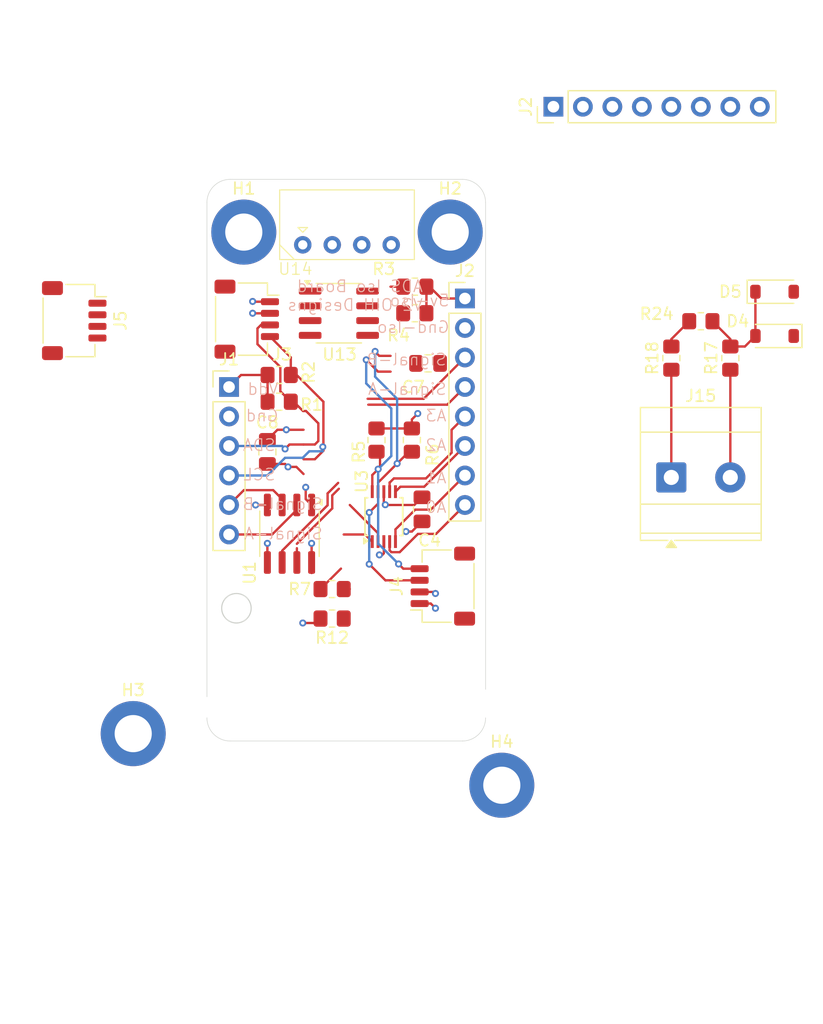
<source format=kicad_pcb>
(kicad_pcb (version 20241229) (generator "pcbnew") (generator_version "9.0")
  (layers (0 "F.Cu" signal) (4 "In1.Cu" signal) (6 "In2.Cu" signal) (2 "B.Cu" signal) (13 "F.Paste" user) (15 "B.Paste" user) (5 "F.SilkS" user "F.Silkscreen") (7 "B.SilkS" user "B.Silkscreen") (1 "F.Mask" user) (3 "B.Mask" user) (25 "Edge.Cuts" user))
  (net 0 "")
  (net 1 "Gnd-iso")
  (net 2 "5V-iso")
  (net 3 "GND")
  (net 4 "VDD")
  (net 5 "ADS_ADDR")
  (net 6 "SCL-5V")
  (net 7 "ADS_ALERT")
  (net 8 "SDA-5V")
  (net 9 "SDA")
  (net 10 "SCL")
  (net 11 "/AIN3")
  (net 12 "/AIN0")
  (net 13 "/AIN2")
  (net 14 "/AIN1")
  (net 15 "/Signal1-MCU")
  (net 16 "/Signal2-MCU")
  (net 17 "/Signal2-ISO")
  (net 18 "/Signal1-ISO")
  (net 22 "Net-(J15-Pin_2)")
  (net 23 "Net-(J15-Pin_1)")
  (footprint "Resistor_SMD:R_0805_2012Metric_Pad1.20x1.40mm_HandSolder" (layer "F.Cu") (at 135.8785 69.469)
    (property "Reference" "R7" (at -2.794 0 0) (layer "F.SilkS"))
    (property "Value" "4.7K")
    (fp_line (start -0.227064 -0.735) (end 0.227064 -0.735) (stroke (width 0.12)) (layer "F.SilkS"))
    (fp_line (start -0.227064 0.735) (end 0.227064 0.735) (stroke (width 0.12)) (layer "F.SilkS"))
    (pad "1" smd roundrect (at -1 0) (size 1.2 1.4) (layers "F.Cu" "F.Mask" "F.Paste") (roundrect_rratio 0.208333) (net 2 "5V-iso"))
    (pad "2" smd roundrect (at 1 0) (size 1.2 1.4) (layers "F.Cu" "F.Mask" "F.Paste") (roundrect_rratio 0.208333) (net 7 "ADS_ALERT"))
  )
  (footprint "Resistor_SMD:R_0805_2012Metric_Pad1.20x1.40mm_HandSolder" (layer "F.Cu") (at 135.8785 72.009 180)
    (property "Reference" "R12" (at 0 -1.65 0) (layer "F.SilkS"))
    (property "Value" "0")
    (fp_line (start -0.227064 0.735) (end 0.227064 0.735) (stroke (width 0.12)) (layer "F.SilkS"))
    (fp_line (start -0.227064 -0.735) (end 0.227064 -0.735) (stroke (width 0.12)) (layer "F.SilkS"))
    (pad "1" smd roundrect (at -1 0 180) (size 1.2 1.4) (layers "F.Cu" "F.Mask" "F.Paste") (roundrect_rratio 0.208333) (net 5 "ADS_ADDR"))
    (pad "2" smd roundrect (at 1 0 180) (size 1.2 1.4) (layers "F.Cu" "F.Mask" "F.Paste") (roundrect_rratio 0.208333) (net 1 "Gnd-iso"))
  )
  (footprint "Diode_SMD:D_SOD-123" (layer "F.Cu") (at 173.99 47.67875 180)
    (property "Reference" "D4" (at 3.175 1.27 0) (layer "F.SilkS"))
    (property "Value" "D_Schottky")
    (fp_line (start -2.36 1) (end 1.65 1) (stroke (width 0.12)) (layer "F.SilkS"))
    (fp_line (start -2.36 -1) (end 1.65 -1) (stroke (width 0.12)) (layer "F.SilkS"))
    (fp_line (start -2.36 -1) (end -2.36 1) (stroke (width 0.12)) (layer "F.SilkS"))
    (pad "1" smd roundrect (at -1.65 0 180) (size 0.9 1.2) (layers "F.Cu" "F.Mask" "F.Paste") (net 2 "5V-iso"))
    (pad "2" smd roundrect (at 1.65 0 180) (size 0.9 1.2) (layers "F.Cu" "F.Mask" "F.Paste") (net 11 "/AIN3"))
  )
  (footprint "Package_SO:TSSOP-10_3x3mm_P0.5mm" (layer "F.Cu") (at 140.335 63.232 90)
    (property "Reference" "U3" (at 3.034 -1.905 270) (layer "F.SilkS"))
    (property "Value" "ADS1115IDGS")
    (fp_line (start 1.625 -1.625) (end 1.625 -1.4) (stroke (width 0.15)) (layer "F.SilkS"))
    (fp_line (start -1.625 -1.625) (end 1.625 -1.625) (stroke (width 0.15)) (layer "F.SilkS"))
    (fp_line (start -1.625 -1.625) (end -1.625 -1.4) (stroke (width 0.15)) (layer "F.SilkS"))
    (fp_line (start 1.625 1.625) (end 1.625 1.4) (stroke (width 0.15)) (layer "F.SilkS"))
    (fp_line (start -1.625 1.625) (end -1.625 1.4) (stroke (width 0.15)) (layer "F.SilkS"))
    (fp_line (start -1.625 1.625) (end 1.625 1.625) (stroke (width 0.15)) (layer "F.SilkS"))
    (fp_poly (pts (xy -2.1 -1.4) (xy -2.34 -1.73) (xy -1.86 -1.73) (xy -2.1 -1.4)) (stroke (width 0.12)) (fill yes) (layer "F.SilkS"))
    (pad "1" smd rect (at -2.15 -1 90) (size 1.1 0.25) (layers "F.Cu" "F.Mask" "F.Paste") (net 5 "ADS_ADDR"))
    (pad "2" smd rect (at -2.15 -0.5 90) (size 1.1 0.25) (layers "F.Cu" "F.Mask" "F.Paste") (net 7 "ADS_ALERT"))
    (pad "3" smd rect (at -2.15 0 90) (size 1.1 0.25) (layers "F.Cu" "F.Mask" "F.Paste") (net 1 "Gnd-iso"))
    (pad "4" smd rect (at -2.15 0.5 90) (size 1.1 0.25) (layers "F.Cu" "F.Mask" "F.Paste") (net 12 "/AIN0"))
    (pad "5" smd rect (at -2.15 1 90) (size 1.1 0.25) (layers "F.Cu" "F.Mask" "F.Paste") (net 14 "/AIN1"))
    (pad "6" smd rect (at 2.15 1 90) (size 1.1 0.25) (layers "F.Cu" "F.Mask" "F.Paste") (net 13 "/AIN2"))
    (pad "7" smd rect (at 2.15 0.5 90) (size 1.1 0.25) (layers "F.Cu" "F.Mask" "F.Paste") (net 11 "/AIN3"))
    (pad "8" smd rect (at 2.15 0 90) (size 1.1 0.25) (layers "F.Cu" "F.Mask" "F.Paste") (net 2 "5V-iso"))
    (pad "9" smd rect (at 2.15 -0.5 90) (size 1.1 0.25) (layers "F.Cu" "F.Mask" "F.Paste") (net 8 "SDA-5V"))
    (pad "10" smd rect (at 2.15 -1 90) (size 1.1 0.25) (layers "F.Cu" "F.Mask" "F.Paste") (net 6 "SCL-5V"))
  )
  (footprint "Library:XP SCT01F03S05" (layer "F.Cu") (at 138.46 38.72)
    (property "Reference" "U14" (at -5.745 3.19 0) (layer "F.SilkS") (effects (font (thickness 0.1))))
    (property "Value" "RFM-0505S")
    (fp_line (start -7.1 1.11) (end -5.83 2.38) (stroke (width 0.1)) (layer "F.SilkS"))
    (fp_line (start -5.519053 -0.377577) (end -4.757053 -0.377577) (stroke (width 0.1)) (layer "F.SilkS"))
    (fp_line (start -5.112653 0.028823) (end -5.519053 -0.377577) (stroke (width 0.1)) (layer "F.SilkS"))
    (fp_line (start -5.112653 0.028823) (end -4.706253 -0.377577) (stroke (width 0.1)) (layer "F.SilkS"))
    (fp_line (start -4.757053 -0.377577) (end -4.706253 -0.377577) (stroke (width 0.1)) (layer "F.SilkS"))
    (fp_rect (start -7.1 -3.62) (end 4.5 2.38) (stroke (width 0.1)) (fill no) (layer "F.SilkS"))
    (pad "1" thru_hole circle (at -5.11 1.11) (size 1.5 1.5) (drill 0.8) (layers "*.Cu" "*.Mask") (net 3 "GND"))
    (pad "2" thru_hole circle (at -2.57 1.11) (size 1.5 1.5) (drill 0.8) (layers "*.Cu" "*.Mask") (net 4 "VDD"))
    (pad "3" thru_hole circle (at -0.03 1.11) (size 1.5 1.5) (drill 0.8) (layers "*.Cu" "*.Mask") (net 1 "Gnd-iso"))
    (pad "4" thru_hole circle (at 2.51 1.11) (size 1.5 1.5) (drill 0.8) (layers "*.Cu" "*.Mask") (net 2 "5V-iso"))
  )
  (footprint "Package_SO:SOIC-8_3.9x4.9mm_P1.27mm" (layer "F.Cu") (at 136.46 45.72)
    (property "Reference" "U13" (at 0.065 3.556 0) (layer "F.SilkS"))
    (property "Value" "ISO1540")
    (fp_line (start 0 -2.56) (end -1.95 -2.56) (stroke (width 0.12)) (layer "F.SilkS"))
    (fp_line (start 0 -2.56) (end 1.95 -2.56) (stroke (width 0.12)) (layer "F.SilkS"))
    (fp_line (start 0 2.56) (end -1.95 2.56) (stroke (width 0.12)) (layer "F.SilkS"))
    (fp_line (start 0 2.56) (end 1.95 2.56) (stroke (width 0.12)) (layer "F.SilkS"))
    (fp_poly (pts (xy -2.7 -2.465) (xy -2.94 -2.795) (xy -2.46 -2.795)) (stroke (width 0.12)) (fill yes) (layer "F.SilkS"))
    (pad "1" smd roundrect (at -2.475 -1.905) (size 1.95 0.6) (layers "F.Cu" "F.Mask" "F.Paste") (net 4 "VDD"))
    (pad "2" smd roundrect (at -2.475 -0.635) (size 1.95 0.6) (layers "F.Cu" "F.Mask" "F.Paste") (net 9 "SDA"))
    (pad "3" smd roundrect (at -2.475 0.635) (size 1.95 0.6) (layers "F.Cu" "F.Mask" "F.Paste") (net 10 "SCL"))
    (pad "4" smd roundrect (at -2.475 1.905) (size 1.95 0.6) (layers "F.Cu" "F.Mask" "F.Paste") (net 3 "GND"))
    (pad "5" smd roundrect (at 2.475 1.905) (size 1.95 0.6) (layers "F.Cu" "F.Mask" "F.Paste") (net 1 "Gnd-iso"))
    (pad "6" smd roundrect (at 2.475 0.635) (size 1.95 0.6) (layers "F.Cu" "F.Mask" "F.Paste") (net 6 "SCL-5V"))
    (pad "7" smd roundrect (at 2.475 -0.635) (size 1.95 0.6) (layers "F.Cu" "F.Mask" "F.Paste") (net 8 "SDA-5V"))
    (pad "8" smd roundrect (at 2.475 -1.905) (size 1.95 0.6) (layers "F.Cu" "F.Mask" "F.Paste") (net 2 "5V-iso"))
  )
  (footprint "MountingHole:MountingHole_3.2mm_M3_DIN965_Pad_TopBottom" (layer "F.Cu") (at 128.27 38.735)
    (property "Reference" "H1" (at 0 -3.75 0) (layer "F.SilkS"))
    (property "Value" "MountingHole")
    (pad "1" thru_hole circle (at 0 0) (size 3.6 3.6) (drill 3.2) (layers "*.Cu" "*.Mask"))
    (pad "1" connect circle (at 0 0) (size 5.6 5.6) (layers "F.Cu" "F.Mask"))
    (pad "1" connect circle (at 0 0) (size 5.6 5.6) (layers "B.Cu" "B.Mask"))
  )
  (footprint "TerminalBlock_Phoenix:TerminalBlock_Phoenix_MKDS-3-2-5.08_1x02_P5.08mm_Horizontal" (layer "F.Cu") (at 165.095 59.8575)
    (property "Reference" "J15" (at 2.54 -7.02 0) (layer "F.SilkS"))
    (property "Value" "Barrel_Jack")
    (fp_line (start -2.66 -6.02) (end 7.74 -6.02) (stroke (width 0.12)) (layer "F.SilkS"))
    (fp_line (start -2.66 -3.9) (end 7.74 -3.9) (stroke (width 0.12)) (layer "F.SilkS"))
    (fp_line (start -2.66 2.3) (end 7.74 2.3) (stroke (width 0.12)) (layer "F.SilkS"))
    (fp_line (start -2.66 4.8) (end 7.74 4.8) (stroke (width 0.12)) (layer "F.SilkS"))
    (fp_line (start -2.66 5.42) (end -2.66 -6.02) (stroke (width 0.12)) (layer "F.SilkS"))
    (fp_line (start -0.3 5.42) (end -2.66 5.42) (stroke (width 0.12)) (layer "F.SilkS"))
    (fp_line (start 7.74 -6.02) (end 7.74 5.42) (stroke (width 0.12)) (layer "F.SilkS"))
    (fp_line (start 7.74 5.42) (end 0.3 5.42) (stroke (width 0.12)) (layer "F.SilkS"))
    (fp_poly (pts (xy 0 5.42) (xy 0.44 6.03) (xy -0.44 6.03)) (stroke (width 0.12)) (fill yes) (layer "F.SilkS"))
    (pad "1" thru_hole roundrect (at 0 0) (size 2.6 2.6) (drill 1.3) (layers "*.Cu" "*.Mask") (roundrect_rratio 0.096154) (net 23 "Net-(J15-Pin_1)"))
    (pad "2" thru_hole circle (at 5.08 0) (size 2.6 2.6) (drill 1.3) (layers "*.Cu" "*.Mask") (net 22 "Net-(J15-Pin_2)"))
  )
  (footprint "Resistor_SMD:R_0805_2012Metric_Pad1.20x1.40mm_HandSolder" (layer "F.Cu") (at 167.64 46.40875 180)
    (property "Reference" "R24" (at 3.81 0.635 0) (layer "F.SilkS"))
    (property "Value" "15K")
    (fp_line (start -0.227064 0.735) (end 0.227064 0.735) (stroke (width 0.12)) (layer "F.SilkS"))
    (fp_line (start -0.227064 -0.735) (end 0.227064 -0.735) (stroke (width 0.12)) (layer "F.SilkS"))
    (pad "1" smd roundrect (at -1 0 180) (size 1.2 1.4) (layers "F.Cu" "F.Mask" "F.Paste") (roundrect_rratio 0.208333) (net 11 "/AIN3"))
    (pad "2" smd roundrect (at 1 0 180) (size 1.2 1.4) (layers "F.Cu" "F.Mask" "F.Paste") (roundrect_rratio 0.208333) (net 13 "/AIN2"))
  )
  (footprint "Capacitor_SMD:C_0805_2012Metric_Pad1.18x1.45mm_HandSolder" (layer "F.Cu") (at 130.302 57.658 -90)
    (property "Reference" "C8" (at -2.54 0 180) (layer "F.SilkS"))
    (property "Value" "0.1uF")
    (fp_line (start -0.261252 0.735) (end 0.261252 0.735) (stroke (width 0.12)) (layer "F.SilkS"))
    (fp_line (start -0.261252 -0.735) (end 0.261252 -0.735) (stroke (width 0.12)) (layer "F.SilkS"))
    (pad "1" smd roundrect (at -1.0375 0 270) (size 1.175 1.45) (layers "F.Cu" "F.Mask" "F.Paste") (roundrect_rratio 0.212766) (net 4 "VDD"))
    (pad "2" smd roundrect (at 1.0375 0 270) (size 1.175 1.45) (layers "F.Cu" "F.Mask" "F.Paste") (roundrect_rratio 0.212766) (net 3 "GND"))
  )
  (footprint "Connector_JST:JST_SH_SM04B-SRSS-TB_1x04-1MP_P1.00mm_Horizontal" (layer "F.Cu") (at 145.415 69.215 90)
    (property "Reference" "J4" (at 0 -3.98 90) (layer "F.SilkS"))
    (property "Value" "Conn_01x04_MountingPin")
    (fp_line (start 3.11 -1.785) (end 2.06 -1.785) (stroke (width 0.12)) (layer "F.SilkS"))
    (fp_line (start -2.06 -1.785) (end -2.06 -2.775) (stroke (width 0.12)) (layer "F.SilkS"))
    (fp_line (start -3.11 -1.785) (end -2.06 -1.785) (stroke (width 0.12)) (layer "F.SilkS"))
    (fp_line (start 3.11 0.715) (end 3.11 -1.785) (stroke (width 0.12)) (layer "F.SilkS"))
    (fp_line (start -3.11 0.715) (end -3.11 -1.785) (stroke (width 0.12)) (layer "F.SilkS"))
    (fp_line (start -1.94 2.685) (end 1.94 2.685) (stroke (width 0.12)) (layer "F.SilkS"))
    (pad "1" smd roundrect (at -1.5 -2 90) (size 0.6 1.55) (layers "F.Cu" "F.Mask" "F.Paste") (net 1 "Gnd-iso"))
    (pad "2" smd roundrect (at -0.5 -2 90) (size 0.6 1.55) (layers "F.Cu" "F.Mask" "F.Paste") (net 2 "5V-iso"))
    (pad "3" smd roundrect (at 0.5 -2 90) (size 0.6 1.55) (layers "F.Cu" "F.Mask" "F.Paste") (net 8 "SDA-5V"))
    (pad "4" smd roundrect (at 1.5 -2 90) (size 0.6 1.55) (layers "F.Cu" "F.Mask" "F.Paste") (net 6 "SCL-5V"))
    (pad "MP" smd roundrect (at -2.8 1.875 90) (size 1.2 1.8) (layers "F.Cu" "F.Mask" "F.Paste") (roundrect_rratio 0.208333))
    (pad "MP" smd roundrect (at 2.8 1.875 90) (size 1.2 1.8) (layers "F.Cu" "F.Mask" "F.Paste") (roundrect_rratio 0.208333))
  )
  (footprint "Connector_JST:JST_SH_SM04B-SRSS-TB_1x04-1MP_P1.00mm_Horizontal" (layer "F.Cu") (at 113.665 46.355 -90)
    (property "Reference" "J5" (at 0 -3.98 90) (layer "F.SilkS"))
    (property "Value" "Conn_01x04_MountingPin")
    (fp_line (start -1.94 2.685) (end 1.94 2.685) (stroke (width 0.12)) (layer "F.SilkS"))
    (fp_line (start -3.11 0.715) (end -3.11 -1.785) (stroke (width 0.12)) (layer "F.SilkS"))
    (fp_line (start 3.11 0.715) (end 3.11 -1.785) (stroke (width 0.12)) (layer "F.SilkS"))
    (fp_line (start -3.11 -1.785) (end -2.06 -1.785) (stroke (width 0.12)) (layer "F.SilkS"))
    (fp_line (start -2.06 -1.785) (end -2.06 -2.775) (stroke (width 0.12)) (layer "F.SilkS"))
    (fp_line (start 3.11 -1.785) (end 2.06 -1.785) (stroke (width 0.12)) (layer "F.SilkS"))
    (pad "1" smd roundrect (at -1.5 -2 270) (size 0.6 1.55) (layers "F.Cu" "F.Mask" "F.Paste") (net 3 "GND"))
    (pad "2" smd roundrect (at -0.5 -2 270) (size 0.6 1.55) (layers "F.Cu" "F.Mask" "F.Paste") (net 4 "VDD"))
    (pad "3" smd roundrect (at 0.5 -2 270) (size 0.6 1.55) (layers "F.Cu" "F.Mask" "F.Paste") (net 9 "SDA"))
    (pad "4" smd roundrect (at 1.5 -2 270) (size 0.6 1.55) (layers "F.Cu" "F.Mask" "F.Paste") (net 10 "SCL"))
    (pad "MP" smd roundrect (at -2.8 1.875 270) (size 1.2 1.8) (layers "F.Cu" "F.Mask" "F.Paste") (roundrect_rratio 0.208333))
    (pad "MP" smd roundrect (at 2.8 1.875 270) (size 1.2 1.8) (layers "F.Cu" "F.Mask" "F.Paste") (roundrect_rratio 0.208333))
  )
  (footprint "Resistor_SMD:R_0805_2012Metric_Pad1.20x1.40mm_HandSolder" (layer "F.Cu") (at 165.1 49.58375 90)
    (property "Reference" "R18" (at 0 -1.65 90) (layer "F.SilkS"))
    (property "Value" "499.0K")
    (fp_line (start -0.227064 -0.735) (end 0.227064 -0.735) (stroke (width 0.12)) (layer "F.SilkS"))
    (fp_line (start -0.227064 0.735) (end 0.227064 0.735) (stroke (width 0.12)) (layer "F.SilkS"))
    (pad "1" smd roundrect (at -1 0 90) (size 1.2 1.4) (layers "F.Cu" "F.Mask" "F.Paste") (roundrect_rratio 0.208333) (net 23 "Net-(J15-Pin_1)"))
    (pad "2" smd roundrect (at 1 0 90) (size 1.2 1.4) (layers "F.Cu" "F.Mask" "F.Paste") (roundrect_rratio 0.208333) (net 13 "/AIN2"))
  )
  (footprint "MountingHole:MountingHole_3.2mm_M3_DIN965_Pad_TopBottom" (layer "F.Cu") (at 146.05 38.735)
    (property "Reference" "H2" (at 0 -3.75 0) (layer "F.SilkS"))
    (property "Value" "MountingHole")
    (pad "1" thru_hole circle (at 0 0) (size 3.6 3.6) (drill 3.2) (layers "*.Cu" "*.Mask"))
    (pad "1" connect circle (at 0 0) (size 5.6 5.6) (layers "F.Cu" "F.Mask"))
    (pad "1" connect circle (at 0 0) (size 5.6 5.6) (layers "B.Cu" "B.Mask"))
  )
  (footprint "MountingHole:MountingHole_3.2mm_M3_DIN965_Pad_TopBottom" (layer "F.Cu") (at 150.495 86.36)
    (property "Reference" "H4" (at 0 -3.75 0) (layer "F.SilkS"))
    (property "Value" "MountingHole")
    (pad "1" thru_hole circle (at 0 0) (size 3.6 3.6) (drill 3.2) (layers "*.Cu" "*.Mask"))
    (pad "1" connect circle (at 0 0) (size 5.6 5.6) (layers "F.Cu" "F.Mask"))
    (pad "1" connect circle (at 0 0) (size 5.6 5.6) (layers "B.Cu" "B.Mask"))
  )
  (footprint "Connector_PinHeader_2.54mm:PinHeader_1x08_P2.54mm_Vertical" (layer "F.Cu") (at 147.32 44.45)
    (property "Reference" "J2" (at 0 -2.38 0) (layer "F.SilkS"))
    (property "Value" "Screw_Terminal_01x08")
    (fp_line (start -1.38 -1.38) (end 0 -1.38) (stroke (width 0.12)) (layer "F.SilkS"))
    (fp_line (start -1.38 0) (end -1.38 -1.38) (stroke (width 0.12)) (layer "F.SilkS"))
    (fp_line (start -1.38 1.27) (end -1.38 19.16) (stroke (width 0.12)) (layer "F.SilkS"))
    (fp_line (start -1.38 1.27) (end 1.38 1.27) (stroke (width 0.12)) (layer "F.SilkS"))
    (fp_line (start -1.38 19.16) (end 1.38 19.16) (stroke (width 0.12)) (layer "F.SilkS"))
    (fp_line (start 1.38 1.27) (end 1.38 19.16) (stroke (width 0.12)) (layer "F.SilkS"))
    (pad "1" thru_hole rect (at 0 0) (size 1.7 1.7) (drill 1) (layers "*.Cu" "*.Mask") (net 2 "5V-iso"))
    (pad "2" thru_hole circle (at 0 2.54) (size 1.7 1.7) (drill 1) (layers "*.Cu" "*.Mask") (net 1 "Gnd-iso"))
    (pad "3" thru_hole circle (at 0 5.08) (size 1.7 1.7) (drill 1) (layers "*.Cu" "*.Mask") (net 17 "/Signal2-ISO"))
    (pad "4" thru_hole circle (at 0 7.62) (size 1.7 1.7) (drill 1) (layers "*.Cu" "*.Mask") (net 18 "/Signal1-ISO"))
    (pad "5" thru_hole circle (at 0 10.16) (size 1.7 1.7) (drill 1) (layers "*.Cu" "*.Mask") (net 11 "/AIN3"))
    (pad "6" thru_hole circle (at 0 12.7) (size 1.7 1.7) (drill 1) (layers "*.Cu" "*.Mask") (net 13 "/AIN2"))
    (pad "7" thru_hole circle (at 0 15.24) (size 1.7 1.7) (drill 1) (layers "*.Cu" "*.Mask") (net 14 "/AIN1"))
    (pad "8" thru_hole circle (at 0 17.78) (size 1.7 1.7) (drill 1) (layers "*.Cu" "*.Mask") (net 12 "/AIN0"))
  )
  (footprint "Capacitor_SMD:C_0805_2012Metric_Pad1.18x1.45mm_HandSolder" (layer "F.Cu") (at 144.145 50.038)
    (property "Reference" "C7" (at -1.27 2.032 180) (layer "F.SilkS"))
    (property "Value" "0.1uF")
    (fp_line (start -0.261252 -0.735) (end 0.261252 -0.735) (stroke (width 0.12)) (layer "F.SilkS"))
    (fp_line (start -0.261252 0.735) (end 0.261252 0.735) (stroke (width 0.12)) (layer "F.SilkS"))
    (pad "1" smd roundrect (at -1.0375 0) (size 1.175 1.45) (layers "F.Cu" "F.Mask" "F.Paste") (roundrect_rratio 0.212766) (net 2 "5V-iso"))
    (pad "2" smd roundrect (at 1.0375 0) (size 1.175 1.45) (layers "F.Cu" "F.Mask" "F.Paste") (roundrect_rratio 0.212766) (net 1 "Gnd-iso"))
  )
  (footprint "Connector_JST:JST_SH_SM04B-SRSS-TB_1x04-1MP_P1.00mm_Horizontal" (layer "F.Cu") (at 128.524 46.228 -90)
    (property "Reference" "J3" (at 3.048 -3.048 180) (layer "F.SilkS"))
    (property "Value" "Conn_01x04_MountingPin")
    (fp_line (start -1.94 2.685) (end 1.94 2.685) (stroke (width 0.12)) (layer "F.SilkS"))
    (fp_line (start -3.11 0.715) (end -3.11 -1.785) (stroke (width 0.12)) (layer "F.SilkS"))
    (fp_line (start 3.11 0.715) (end 3.11 -1.785) (stroke (width 0.12)) (layer "F.SilkS"))
    (fp_line (start -3.11 -1.785) (end -2.06 -1.785) (stroke (width 0.12)) (layer "F.SilkS"))
    (fp_line (start -2.06 -1.785) (end -2.06 -2.775) (stroke (width 0.12)) (layer "F.SilkS"))
    (fp_line (start 3.11 -1.785) (end 2.06 -1.785) (stroke (width 0.12)) (layer "F.SilkS"))
    (pad "1" smd roundrect (at -1.5 -2 270) (size 0.6 1.55) (layers "F.Cu" "F.Mask" "F.Paste") (net 3 "GND"))
    (pad "2" smd roundrect (at -0.5 -2 270) (size 0.6 1.55) (layers "F.Cu" "F.Mask" "F.Paste") (net 4 "VDD"))
    (pad "3" smd roundrect (at 0.5 -2 270) (size 0.6 1.55) (layers "F.Cu" "F.Mask" "F.Paste") (net 9 "SDA"))
    (pad "4" smd roundrect (at 1.5 -2 270) (size 0.6 1.55) (layers "F.Cu" "F.Mask" "F.Paste") (net 10 "SCL"))
    (pad "MP" smd roundrect (at -2.8 1.875 270) (size 1.2 1.8) (layers "F.Cu" "F.Mask" "F.Paste") (roundrect_rratio 0.208333))
    (pad "MP" smd roundrect (at 2.8 1.875 270) (size 1.2 1.8) (layers "F.Cu" "F.Mask" "F.Paste") (roundrect_rratio 0.208333))
  )
  (footprint "Capacitor_SMD:C_0805_2012Metric_Pad1.18x1.45mm_HandSolder" (layer "F.Cu") (at 143.621 62.606 90)
    (property "Reference" "C4" (at -2.672 0.651 180) (layer "F.SilkS"))
    (property "Value" "0.1uF")
    (fp_line (start -0.261252 -0.735) (end 0.261252 -0.735) (stroke (width 0.12)) (layer "F.SilkS"))
    (fp_line (start -0.261252 0.735) (end 0.261252 0.735) (stroke (width 0.12)) (layer "F.SilkS"))
    (pad "1" smd roundrect (at -1.0375 0 90) (size 1.175 1.45) (layers "F.Cu" "F.Mask" "F.Paste") (roundrect_rratio 0.212766) (net 1 "Gnd-iso"))
    (pad "2" smd roundrect (at 1.0375 0 90) (size 1.175 1.45) (layers "F.Cu" "F.Mask" "F.Paste") (roundrect_rratio 0.212766) (net 2 "5V-iso"))
  )
  (footprint "Connector_PinHeader_2.54mm:PinHeader_1x08_P2.54mm_Vertical" (layer "F.Cu") (at 154.94 27.94 90)
    (property "Reference" "J2" (at 0 -2.38 90) (layer "F.SilkS"))
    (property "Value" "Screw_Terminal_01x08")
    (fp_line (start -1.38 -1.38) (end 0 -1.38) (stroke (width 0.12)) (layer "F.SilkS"))
    (fp_line (start -1.38 0) (end -1.38 -1.38) (stroke (width 0.12)) (layer "F.SilkS"))
    (fp_line (start 1.38 1.27) (end 1.38 19.16) (stroke (width 0.12)) (layer "F.SilkS"))
    (fp_line (start -1.38 1.27) (end 1.38 1.27) (stroke (width 0.12)) (layer "F.SilkS"))
    (fp_line (start -1.38 1.27) (end -1.38 19.16) (stroke (width 0.12)) (layer "F.SilkS"))
    (fp_line (start -1.38 19.16) (end 1.38 19.16) (stroke (width 0.12)) (layer "F.SilkS"))
    (pad "1" thru_hole rect (at 0 0 90) (size 1.7 1.7) (drill 1) (layers "*.Cu" "*.Mask"))
    (pad "2" thru_hole circle (at 0 2.54 90) (size 1.7 1.7) (drill 1) (layers "*.Cu" "*.Mask"))
    (pad "3" thru_hole circle (at 0 5.08 90) (size 1.7 1.7) (drill 1) (layers "*.Cu" "*.Mask"))
    (pad "4" thru_hole circle (at 0 7.62 90) (size 1.7 1.7) (drill 1) (layers "*.Cu" "*.Mask"))
    (pad "5" thru_hole circle (at 0 10.16 90) (size 1.7 1.7) (drill 1) (layers "*.Cu" "*.Mask"))
    (pad "6" thru_hole circle (at 0 12.7 90) (size 1.7 1.7) (drill 1) (layers "*.Cu" "*.Mask"))
    (pad "7" thru_hole circle (at 0 15.24 90) (size 1.7 1.7) (drill 1) (layers "*.Cu" "*.Mask"))
    (pad "8" thru_hole circle (at 0 17.78 90) (size 1.7 1.7) (drill 1) (layers "*.Cu" "*.Mask"))
  )
  (footprint "Resistor_SMD:R_0805_2012Metric_Pad1.20x1.40mm_HandSolder" (layer "F.Cu") (at 170.18 49.58375 90)
    (property "Reference" "R17" (at 0 -1.65 90) (layer "F.SilkS"))
    (property "Value" "499.0K")
    (fp_line (start -0.227064 -0.735) (end 0.227064 -0.735) (stroke (width 0.12)) (layer "F.SilkS"))
    (fp_line (start -0.227064 0.735) (end 0.227064 0.735) (stroke (width 0.12)) (layer "F.SilkS"))
    (pad "1" smd roundrect (at -1 0 90) (size 1.2 1.4) (layers "F.Cu" "F.Mask" "F.Paste") (roundrect_rratio 0.208333) (net 22 "Net-(J15-Pin_2)"))
    (pad "2" smd roundrect (at 1 0 90) (size 1.2 1.4) (layers "F.Cu" "F.Mask" "F.Paste") (roundrect_rratio 0.208333) (net 11 "/AIN3"))
  )
  (footprint "Resistor_SMD:R_0805_2012Metric_Pad1.20x1.40mm_HandSolder" (layer "F.Cu") (at 131.318 53.34)
    (property "Reference" "R1" (at 2.794 0.254 0) (layer "F.SilkS"))
    (property "Value" "4.7K")
    (fp_line (start -0.227064 -0.735) (end 0.227064 -0.735) (stroke (width 0.12)) (layer "F.SilkS"))
    (fp_line (start -0.227064 0.735) (end 0.227064 0.735) (stroke (width 0.12)) (layer "F.SilkS"))
    (pad "1" smd roundrect (at -1 0) (size 1.2 1.4) (layers "F.Cu" "F.Mask" "F.Paste") (roundrect_rratio 0.208333) (net 4 "VDD"))
    (pad "2" smd roundrect (at 1 0) (size 1.2 1.4) (layers "F.Cu" "F.Mask" "F.Paste") (roundrect_rratio 0.208333) (net 9 "SDA"))
  )
  (footprint "Resistor_SMD:R_0805_2012Metric_Pad1.20x1.40mm_HandSolder" (layer "F.Cu") (at 143.002 43.434 180)
    (property "Reference" "R3" (at 2.667 1.524 180) (layer "F.SilkS"))
    (property "Value" "4.7K")
    (fp_line (start -0.227064 0.735) (end 0.227064 0.735) (stroke (width 0.12)) (layer "F.SilkS"))
    (fp_line (start -0.227064 -0.735) (end 0.227064 -0.735) (stroke (width 0.12)) (layer "F.SilkS"))
    (pad "1" smd roundrect (at -1 0 180) (size 1.2 1.4) (layers "F.Cu" "F.Mask" "F.Paste") (roundrect_rratio 0.208333) (net 2 "5V-iso"))
    (pad "2" smd roundrect (at 1 0 180) (size 1.2 1.4) (layers "F.Cu" "F.Mask" "F.Paste") (roundrect_rratio 0.208333) (net 6 "SCL-5V"))
  )
  (footprint "Resistor_SMD:R_0805_2012Metric_Pad1.20x1.40mm_HandSolder" (layer "F.Cu") (at 142.748 56.642 -90)
    (property "Reference" "R6" (at 1.27 -1.778 90) (layer "F.SilkS"))
    (property "Value" "4.7K")
    (fp_line (start -0.227064 0.735) (end 0.227064 0.735) (stroke (width 0.12)) (layer "F.SilkS"))
    (fp_line (start -0.227064 -0.735) (end 0.227064 -0.735) (stroke (width 0.12)) (layer "F.SilkS"))
    (pad "1" smd roundrect (at -1 0 270) (size 1.2 1.4) (layers "F.Cu" "F.Mask" "F.Paste") (roundrect_rratio 0.208333) (net 2 "5V-iso"))
    (pad "2" smd roundrect (at 1 0 270) (size 1.2 1.4) (layers "F.Cu" "F.Mask" "F.Paste") (roundrect_rratio 0.208333) (net 8 "SDA-5V"))
  )
  (footprint "Resistor_SMD:R_0805_2012Metric_Pad1.20x1.40mm_HandSolder" (layer "F.Cu") (at 143.002 45.72 180)
    (property "Reference" "R4" (at 1.397 -1.905 0) (layer "F.SilkS"))
    (property "Value" "4.7K")
    (fp_line (start -0.227064 0.735) (end 0.227064 0.735) (stroke (width 0.12)) (layer "F.SilkS"))
    (fp_line (start -0.227064 -0.735) (end 0.227064 -0.735) (stroke (width 0.12)) (layer "F.SilkS"))
    (pad "1" smd roundrect (at -1 0 180) (size 1.2 1.4) (layers "F.Cu" "F.Mask" "F.Paste") (roundrect_rratio 0.208333) (net 2 "5V-iso"))
    (pad "2" smd roundrect (at 1 0 180) (size 1.2 1.4) (layers "F.Cu" "F.Mask" "F.Paste") (roundrect_rratio 0.208333) (net 8 "SDA-5V"))
  )
  (footprint "Diode_SMD:D_SOD-123" (layer "F.Cu") (at 173.99 43.86875)
    (property "Reference" "D5" (at -3.81 0 0) (layer "F.SilkS"))
    (property "Value" "D_Schottky")
    (fp_line (start -2.36 -1) (end -2.36 1) (stroke (width 0.12)) (layer "F.SilkS"))
    (fp_line (start -2.36 -1) (end 1.65 -1) (stroke (width 0.12)) (layer "F.SilkS"))
    (fp_line (start -2.36 1) (end 1.65 1) (stroke (width 0.12)) (layer "F.SilkS"))
    (pad "1" smd roundrect (at -1.65 0) (size 0.9 1.2) (layers "F.Cu" "F.Mask" "F.Paste") (net 11 "/AIN3"))
    (pad "2" smd roundrect (at 1.65 0) (size 0.9 1.2) (layers "F.Cu" "F.Mask" "F.Paste") (net 1 "Gnd-iso"))
  )
  (footprint "Connector_PinHeader_2.54mm:PinHeader_1x06_P2.54mm_Vertical" (layer "F.Cu") (at 127 52.07)
    (property "Reference" "J1" (at 0 -2.38 0) (layer "F.SilkS"))
    (property "Value" "Screw_Terminal_01x06")
    (fp_line (start -1.38 -1.38) (end 0 -1.38) (stroke (width 0.12)) (layer "F.SilkS"))
    (fp_line (start -1.38 0) (end -1.38 -1.38) (stroke (width 0.12)) (layer "F.SilkS"))
    (fp_line (start -1.38 1.27) (end -1.38 14.08) (stroke (width 0.12)) (layer "F.SilkS"))
    (fp_line (start -1.38 1.27) (end 1.38 1.27) (stroke (width 0.12)) (layer "F.SilkS"))
    (fp_line (start -1.38 14.08) (end 1.38 14.08) (stroke (width 0.12)) (layer "F.SilkS"))
    (fp_line (start 1.38 1.27) (end 1.38 14.08) (stroke (width 0.12)) (layer "F.SilkS"))
    (pad "1" thru_hole rect (at 0 0) (size 1.7 1.7) (drill 1) (layers "*.Cu" "*.Mask") (net 4 "VDD"))
    (pad "2" thru_hole circle (at 0 2.54) (size 1.7 1.7) (drill 1) (layers "*.Cu" "*.Mask") (net 3 "GND"))
    (pad "3" thru_hole circle (at 0 5.08) (size 1.7 1.7) (drill 1) (layers "*.Cu" "*.Mask") (net 9 "SDA"))
    (pad "4" thru_hole circle (at 0 7.62) (size 1.7 1.7) (drill 1) (layers "*.Cu" "*.Mask") (net 10 "SCL"))
    (pad "5" thru_hole circle (at 0 10.16) (size 1.7 1.7) (drill 1) (layers "*.Cu" "*.Mask") (net 16 "/Signal2-MCU"))
    (pad "6" thru_hole circle (at 0 12.7) (size 1.7 1.7) (drill 1) (layers "*.Cu" "*.Mask") (net 15 "/Signal1-MCU"))
  )
  (footprint "MountingHole:MountingHole_3.2mm_M3_DIN965_Pad_TopBottom" (layer "F.Cu") (at 118.745 81.915)
    (property "Reference" "H3" (at 0 -3.75 0) (layer "F.SilkS"))
    (property "Value" "MountingHole")
    (pad "1" thru_hole circle (at 0 0) (size 3.6 3.6) (drill 3.2) (layers "*.Cu" "*.Mask"))
    (pad "1" connect circle (at 0 0) (size 5.6 5.6) (layers "F.Cu" "F.Mask"))
    (pad "1" connect circle (at 0 0) (size 5.6 5.6) (layers "B.Cu" "B.Mask"))
  )
  (footprint "Resistor_SMD:R_0805_2012Metric_Pad1.20x1.40mm_HandSolder" (layer "F.Cu") (at 139.7 56.642 -90)
    (property "Reference" "R5" (at 1.016 1.524 90) (layer "F.SilkS"))
    (property "Value" "4.7K")
    (fp_line (start -0.227064 0.735) (end 0.227064 0.735) (stroke (width 0.12)) (layer "F.SilkS"))
    (fp_line (start -0.227064 -0.735) (end 0.227064 -0.735) (stroke (width 0.12)) (layer "F.SilkS"))
    (pad "1" smd roundrect (at -1 0 270) (size 1.2 1.4) (layers "F.Cu" "F.Mask" "F.Paste") (roundrect_rratio 0.208333) (net 2 "5V-iso"))
    (pad "2" smd roundrect (at 1 0 270) (size 1.2 1.4) (layers "F.Cu" "F.Mask" "F.Paste") (roundrect_rratio 0.208333) (net 6 "SCL-5V"))
  )
  (footprint "Resistor_SMD:R_0805_2012Metric_Pad1.20x1.40mm_HandSolder" (layer "F.Cu") (at 131.318 51.036)
    (property "Reference" "R2" (at 2.54 -0.236 90) (layer "F.SilkS"))
    (property "Value" "4.7K")
    (fp_line (start -0.227064 -0.735) (end 0.227064 -0.735) (stroke (width 0.12)) (layer "F.SilkS"))
    (fp_line (start -0.227064 0.735) (end 0.227064 0.735) (stroke (width 0.12)) (layer "F.SilkS"))
    (pad "1" smd roundrect (at -1 0) (size 1.2 1.4) (layers "F.Cu" "F.Mask" "F.Paste") (roundrect_rratio 0.208333) (net 4 "VDD"))
    (pad "2" smd roundrect (at 1 0) (size 1.2 1.4) (layers "F.Cu" "F.Mask" "F.Paste") (roundrect_rratio 0.208333) (net 10 "SCL"))
  )
  (footprint "Package_SO:SOIC-8_3.9x4.9mm_P1.27mm" (layer "F.Cu") (at 132.207 64.705 -90)
    (property "Reference" "U1" (at 3.367 3.429 90) (layer "F.SilkS"))
    (property "Value" "ADuM1200AR")
    (fp_line (start 0 2.56) (end -1.95 2.56) (stroke (width 0.12)) (layer "F.SilkS"))
    (fp_line (start 0 2.56) (end 1.95 2.56) (stroke (width 0.12)) (layer "F.SilkS"))
    (fp_line (start 0 -2.56) (end -1.95 -2.56) (stroke (width 0.12)) (layer "F.SilkS"))
    (fp_line (start 0 -2.56) (end 1.95 -2.56) (stroke (width 0.12)) (layer "F.SilkS"))
    (fp_poly (pts (xy -2.7 -2.465) (xy -2.94 -2.795) (xy -2.46 -2.795)) (stroke (width 0.12)) (fill yes) (layer "F.SilkS"))
    (pad "1" smd roundrect (at -2.475 -1.905 270) (size 1.95 0.6) (layers "F.Cu" "F.Mask" "F.Paste") (net 4 "VDD"))
    (pad "2" smd roundrect (at -2.475 -0.635 270) (size 1.95 0.6) (layers "F.Cu" "F.Mask" "F.Paste") (net 15 "/Signal1-MCU"))
    (pad "3" smd roundrect (at -2.475 0.635 270) (size 1.95 0.6) (layers "F.Cu" "F.Mask" "F.Paste") (net 16 "/Signal2-MCU"))
    (pad "4" smd roundrect (at -2.475 1.905 270) (size 1.95 0.6) (layers "F.Cu" "F.Mask" "F.Paste") (net 3 "GND"))
    (pad "5" smd roundrect (at 2.475 1.905 270) (size 1.95 0.6) (layers "F.Cu" "F.Mask" "F.Paste") (net 1 "Gnd-iso"))
    (pad "6" smd roundrect (at 2.475 0.635 270) (size 1.95 0.6) (layers "F.Cu" "F.Mask" "F.Paste") (net 17 "/Signal2-ISO"))
    (pad "7" smd roundrect (at 2.475 -0.635 270) (size 1.95 0.6) (layers "F.Cu" "F.Mask" "F.Paste") (net 18 "/Signal1-ISO"))
    (pad "8" smd roundrect (at 2.475 -1.905 270) (size 1.95 0.6) (layers "F.Cu" "F.Mask" "F.Paste") (net 2 "5V-iso"))
  )
  (gr_line (start 149.098 36.195) (end 149.098 78.105) (stroke (width 0.05)) (layer "Edge.Cuts"))
  (gr_line (start 127.095 34.195) (end 147.098 34.195) (stroke (width 0.05)) (layer "Edge.Cuts"))
  (gr_arc (start 127.095 82.55) (mid 125.680786 81.964214) (end 125.095 80.55) (stroke (width 0.05)) (layer "Edge.Cuts"))
  (gr_circle (center 127.635 71.12) (end 128.905 71.12) (stroke (width 0.1)) (fill no) (layer "Edge.Cuts"))
  (gr_arc (start 147.098 34.195) (mid 148.512214 34.780786) (end 149.098 36.195) (stroke (width 0.05)) (layer "Edge.Cuts"))
  (gr_line (start 125.095 78.74) (end 125.095 36.195) (stroke (width 0.05)) (layer "Edge.Cuts"))
  (gr_arc (start 125.095 36.195) (mid 125.680786 34.780786) (end 127.095 34.195) (stroke (width 0.05)) (layer "Edge.Cuts"))
  (gr_line (start 147.13 82.55) (end 127.095 82.55) (stroke (width 0.05)) (layer "Edge.Cuts"))
  (gr_arc (start 149.098 80.55) (mid 148.512214 81.964214) (end 147.098 82.55) (stroke (width 0.05)) (layer "Edge.Cuts"))
  (gr_text "SDA" (at 131.064 57.658 0) (layer "B.SilkS") (effects (font (size 1 1) (thickness 0.1)) (justify left bottom mirror)))
  (gr_text "Signal-A" (at 135.128 65.278 0) (layer "B.SilkS") (effects (font (size 1 1) (thickness 0.1)) (justify left bottom mirror)))
  (gr_text "A1" (at 145.796 60.452 0) (layer "B.SilkS") (effects (font (size 1 1) (thickness 0.1)) (justify left bottom mirror)))
  (gr_text "A3" (at 145.796 55.118 0) (layer "B.SilkS") (effects (font (size 1 1) (thickness 0.1)) (justify left bottom mirror)))
  (gr_text "ADS Iso Board\nV2 OIH Designs" (at 143.764 45.593 0) (layer "B.SilkS") (effects (font (size 1 1) (thickness 0.1)) (justify left bottom mirror)))
  (gr_text "Gnd-Iso" (at 146.05 47.498 0) (layer "B.SilkS") (effects (font (size 1 1) (thickness 0.1)) (justify left bottom mirror)))
  (gr_text "SCL" (at 131.064 60.198 0) (layer "B.SilkS") (effects (font (size 1 1) (thickness 0.1)) (justify left bottom mirror)))
  (gr_text "5v-Iso" (at 146.05 45.212 0) (layer "B.SilkS") (effects (font (size 1 1) (thickness 0.1)) (justify left bottom mirror)))
  (gr_text "A2" (at 145.796 57.658 0) (layer "B.SilkS") (effects (font (size 1 1) (thickness 0.1)) (justify left bottom mirror)))
  (gr_text "Vdd" (at 131.318 52.832 0) (layer "B.SilkS") (effects (font (size 1 1) (thickness 0.1)) (justify left bottom mirror)))
  (gr_text "Signal-A" (at 145.796 52.832 0) (layer "B.SilkS") (effects (font (size 1 1) (thickness 0.1)) (justify left bottom mirror)))
  (gr_text "Signal-B" (at 145.796 50.292 0) (layer "B.SilkS") (effects (font (size 1 1) (thickness 0.1)) (justify left bottom mirror)))
  (gr_text "A0" (at 145.796 62.992 0) (layer "B.SilkS") (effects (font (size 1 1) (thickness 0.1)) (justify left bottom mirror)))
  (gr_text "Gnd" (at 131.318 55.118 0) (layer "B.SilkS") (effects (font (size 1 1) (thickness 0.1)) (justify left bottom mirror)))
  (gr_text "Signal-B" (at 135.128 62.738 0) (layer "B.SilkS") (effects (font (size 1 1) (thickness 0.1)) (justify left bottom mirror)))
  (segment (start 140.331364 66.3994) (end 140.331364 65.3604) (width 0.2) (layer "F.Cu") (net 1))
  (segment (start 134.8785 72.39) (end 133.3385 72.39) (width 0.2) (layer "F.Cu") (net 1))
  (segment (start 139.950364 66.5264) (end 140.204364 66.5264) (width 0.2) (layer "F.Cu") (net 1))
  (segment (start 143.415 70.715) (end 144.375 70.715) (width 0.2) (layer "F.Cu") (net 1))
  (segment (start 130.302 67.18) (end 130.302 65.532) (width 0.2) (layer "F.Cu") (net 1))
  (segment (start 144.375 70.715) (end 144.78 71.12) (width 0.2) (layer "F.Cu") (net 1))
  (segment (start 142.7485 64.516) (end 143.621 63.6435) (width 0.2) (layer "F.Cu") (net 1))
  (segment (start 142.24 64.516) (end 142.7485 64.516) (width 0.2) (layer "F.Cu") (net 1))
  (segment (start 140.204364 66.5264) (end 140.331364 66.3994) (width 0.2) (layer "F.Cu") (net 1))
  (via (at 133.35 72.39) (size 0.6) (drill 0.3) (layers "F.Cu" "B.Cu") (net 1))
  (via (at 130.302 65.532) (size 0.6) (drill 0.3) (layers "F.Cu" "B.Cu") (net 1))
  (via (at 144.78 71.12) (size 0.6) (drill 0.3) (layers "F.Cu" "B.Cu") (net 1))
  (via (at 142.24 64.516) (size 0.6) (drill 0.3) (layers "F.Cu" "B.Cu") (net 1))
  (via (at 139.950364 66.5264) (size 0.6) (drill 0.3) (layers "F.Cu" "B.Cu") (net 1))
  (segment (start 145.288 44.45) (end 147.32 44.45) (width 0.2) (layer "F.Cu") (net 2))
  (segment (start 140.331364 62.0814) (end 140.458364 62.2084) (width 0.2) (layer "F.Cu") (net 2))
  (segment (start 142.9595 62.23) (end 140.462 62.23) (width 0.2) (layer "F.Cu") (net 2))
  (segment (start 143.621 61.5685) (end 142.9595 62.23) (width 0.2) (layer "F.Cu") (net 2))
  (segment (start 144.002 43.434) (end 144.002 45.72) (width 0.2) (layer "F.Cu") (net 2))
  (segment (start 142.748 55.642) (end 142.748 54.864) (width 0.2) (layer "F.Cu") (net 2))
  (segment (start 144.645 69.715) (end 144.78 69.85) (width 0.2) (layer "F.Cu") (net 2))
  (segment (start 143.415 69.715) (end 144.645 69.715) (width 0.2) (layer "F.Cu") (net 2))
  (segment (start 144.002 43.434) (end 144.272 43.434) (width 0.2) (layer "F.Cu") (net 2))
  (segment (start 139.954 55.642) (end 142.748 55.642) (width 0.2) (layer "F.Cu") (net 2))
  (segment (start 134.112 67.18) (end 134.112 65.532) (width 0.2) (layer "F.Cu") (net 2))
  (segment (start 134.8785 69.469) (end 136.6405 67.707) (width 0.2) (layer "F.Cu") (net 2))
  (segment (start 140.331364 61.0604) (end 140.331364 62.0814) (width 0.2) (layer "F.Cu") (net 2))
  (segment (start 144.272 43.434) (end 145.288 44.45) (width 0.2) (layer "F.Cu") (net 2))
  (segment (start 142.748 54.864) (end 143.256 54.356) (width 0.2) (layer "F.Cu") (net 2))
  (segment (start 134.112 68.088) (end 134.112 67.18) (width 0.2) (layer "F.Cu") (net 2))
  (via (at 140.458364 62.2084) (size 0.6) (drill 0.3) (layers "F.Cu" "B.Cu") (net 2))
  (via (at 134.112 65.532) (size 0.6) (drill 0.3) (layers "F.Cu" "B.Cu") (net 2))
  (via (at 143.256 54.356) (size 0.6) (drill 0.3) (layers "F.Cu" "B.Cu") (net 2))
  (via (at 144.78 69.85) (size 0.6) (drill 0.3) (layers "F.Cu" "B.Cu") (net 2))
  (segment (start 132.8015 58.9495) (end 133.415 59.563) (width 0.2) (layer "F.Cu") (net 3))
  (segment (start 129.056 44.728) (end 129.032 44.704) (width 0.2) (layer "F.Cu") (net 3))
  (segment (start 132.08 58.9495) (end 132.8015 58.9495) (width 0.2) (layer "F.Cu") (net 3))
  (segment (start 130.524 44.728) (end 129.056 44.728) (width 0.2) (layer "F.Cu") (net 3))
  (segment (start 130.302 58.6955) (end 131.826 58.6955) (width 0.2) (layer "F.Cu") (net 3))
  (segment (start 130.302 62.23) (end 129.286 62.23) (width 0.2) (layer "F.Cu") (net 3))
  (segment (start 131.826 58.6955) (end 132.08 58.9495) (width 0.2) (layer "F.Cu") (net 3))
  (via (at 129.032 44.704) (size 0.6) (drill 0.3) (layers "F.Cu" "B.Cu") (net 3))
  (via (at 132.08 58.9495) (size 0.6) (drill 0.3) (layers "F.Cu" "B.Cu") (net 3))
  (via (at 129.286 62.23) (size 0.6) (drill 0.3) (layers "F.Cu" "B.Cu") (net 3))
  (segment (start 128.034 51.036) (end 127 52.07) (width 0.2) (layer "F.Cu") (net 4))
  (segment (start 129.04 45.728) (end 129.032 45.72) (width 0.2) (layer "F.Cu") (net 4))
  (segment (start 131.1695 55.753) (end 130.302 56.6205) (width 0.2) (layer "F.Cu") (net 4))
  (segment (start 130.318 51.036) (end 128.034 51.036) (width 0.2) (layer "F.Cu") (net 4))
  (segment (start 133.604 61.722) (end 133.604 60.706) (width 0.2) (layer "F.Cu") (net 4))
  (segment (start 130.318 51.036) (end 130.318 53.086) (width 0.2) (layer "F.Cu") (net 4))
  (segment (start 131.9315 55.753) (end 131.1695 55.753) (width 0.2) (layer "F.Cu") (net 4))
  (segment (start 134.112 62.23) (end 133.604 61.722) (width 0.2) (layer "F.Cu") (net 4))
  (segment (start 130.524 45.728) (end 129.04 45.728) (width 0.2) (layer "F.Cu") (net 4))
  (segment (start 133.415 55.753) (end 131.9315 55.753) (width 0.2) (layer "F.Cu") (net 4))
  (via (at 133.604 60.706) (size 0.6) (drill 0.3) (layers "F.Cu" "B.Cu") (net 4))
  (via (at 131.9315 55.753) (size 0.6) (drill 0.3) (layers "F.Cu" "B.Cu") (net 4))
  (via (at 129.032 45.72) (size 0.6) (drill 0.3) (layers "F.Cu" "B.Cu") (net 4))
  (segment (start 138.7115 64.77) (end 136.8785 64.77) (width 0.2) (layer "F.Cu") (net 5))
  (segment (start 139.3235 65.382) (end 138.7115 64.77) (width 0.2) (layer "F.Cu") (net 5))
  (segment (start 139.340132 61.157585) (end 139.340132 59.647685) (width 0.2) (layer "F.Cu") (net 6))
  (segment (start 142.01 67.715) (end 141.605 67.31) (width 0.2) (layer "F.Cu") (net 6))
  (segment (start 139.340132 59.647685) (end 139.844682 59.143135) (width 0.2) (layer "F.Cu") (net 6))
  (segment (start 140.006132 58.981685) (end 140.006132 57.764585) (width 0.2) (layer "F.Cu") (net 6))
  (segment (start 143.415 67.715) (end 142.01 67.715) (width 0.2) (layer "F.Cu") (net 6))
  (segment (start 139.832132 50.748585) (end 140.910132 50.748585) (width 0.2) (layer "F.Cu") (net 6))
  (segment (start 139.844682 59.143135) (end 140.006132 58.981685) (width 0.2) (layer "F.Cu") (net 6))
  (segment (start 138.816132 49.732585) (end 139.832132 50.748585) (width 0.2) (layer "F.Cu") (net 6))
  (segment (start 140.006132 57.764585) (end 139.959132 57.717585) (width 0.2) (layer "F.Cu") (net 6))
  (segment (start 142.002 43.434) (end 140.909 43.434) (width 0.2) (layer "F.Cu") (net 6))
  (via (at 138.816132 49.732585) (size 0.6) (drill 0.3) (layers "F.Cu" "B.Cu") (net 6))
  (via (at 139.844682 59.143135) (size 0.6) (drill 0.3) (layers "F.Cu" "B.Cu") (net 6))
  (via (at 141.605 67.31) (size 0.6) (drill 0.3) (layers "F.Cu" "B.Cu") (net 6))
  (segment (start 140.975132 58.012685) (end 139.844682 59.143135) (width 0.2) (layer "B.Cu") (net 6))
  (segment (start 138.816132 51.764585) (end 140.975132 53.923585) (width 0.2) (layer "B.Cu") (net 6))
  (segment (start 138.816132 49.732585) (end 138.816132 51.764585) (width 0.2) (layer "B.Cu") (net 6))
  (segment (start 141.605 67.31) (end 139.83955 65.54455) (width 0.2) (layer "B.Cu") (net 6))
  (segment (start 140.975132 53.923585) (end 140.975132 58.012685) (width 0.2) (layer "B.Cu") (net 6))
  (segment (start 139.844682 65.620135) (end 139.844682 59.143135) (width 0.2) (layer "B.Cu") (net 6))
  (segment (start 139.8235 64.651) (end 137.4025 62.23) (width 0.2) (layer "F.Cu") (net 7))
  (segment (start 137.4025 69.469) (end 136.8785 69.469) (width 0.2) (layer "F.Cu") (net 7))
  (segment (start 139.8235 65.382) (end 139.8235 64.651) (width 0.2) (layer "F.Cu") (net 7))
  (segment (start 139.843109 62.107468) (end 139.843109 61.094468) (width 0.2) (layer "F.Cu") (net 8))
  (segment (start 139.582242 49.036709) (end 139.582242 49.00871) (width 0.2) (layer "F.Cu") (net 8))
  (segment (start 139.935243 49.38971) (end 139.582242 49.036709) (width 0.2) (layer "F.Cu") (net 8))
  (segment (start 140.910242 49.38971) (end 139.935243 49.38971) (width 0.2) (layer "F.Cu") (net 8))
  (segment (start 139.843109 60.317468) (end 139.843109 61.094468) (width 0.2) (layer "F.Cu") (net 8))
  (segment (start 139.073109 62.877468) (end 139.843109 62.107468) (width 0.2) (layer "F.Cu") (net 8))
  (segment (start 143.415 68.715) (end 140.47 68.715) (width 0.2) (layer "F.Cu") (net 8))
  (segment (start 141.478 58.662) (end 142.498 57.642) (width 0.2) (layer "F.Cu") (net 8))
  (segment (start 141.478 58.662) (end 139.835 60.305) (width 0.2) (layer "F.Cu") (net 8))
  (segment (start 142.498 57.642) (end 142.748 57.642) (width 0.2) (layer "F.Cu") (net 8))
  (segment (start 140.478109 68.727468) (end 139.073109 67.322468) (width 0.2) (layer "F.Cu") (net 8))
  (via (at 139.073109 62.877468) (size 0.6) (drill 0.3) (layers "F.Cu" "B.Cu") (net 8))
  (via (at 139.582242 49.00871) (size 0.6) (drill 0.3) (layers "F.Cu" "B.Cu") (net 8))
  (via (at 139.073109 67.322468) (size 0.6) (drill 0.3) (layers "F.Cu" "B.Cu") (net 8))
  (via (at 141.478 58.662) (size 0.6) (drill 0.3) (layers "F.Cu" "B.Cu") (net 8))
  (segment (start 139.582242 51.17171) (end 139.582242 49.00871) (width 0.2) (layer "B.Cu") (net 8))
  (segment (start 139.073109 67.322468) (end 139.073109 62.877468) (width 0.2) (layer "B.Cu") (net 8))
  (segment (start 141.478 58.662) (end 141.478 53.086) (width 0.2) (layer "B.Cu") (net 8))
  (segment (start 141.478 53.086) (end 139.577 51.185) (width 0.2) (layer "B.Cu") (net 8))
  (segment (start 132.318 53.34) (end 131.417 52.439) (width 0.2) (layer "F.Cu") (net 9))
  (segment (start 133.415 57.023) (end 132.207 57.023) (width 0.2) (layer "F.Cu") (net 9))
  (segment (start 129.749001 46.728) (end 130.524 46.728) (width 0.2) (layer "F.Cu") (net 9))
  (segment (start 131.417 50.35084) (end 129.448 48.38184) (width 0.2) (layer "F.Cu") (net 9))
  (segment (start 132.207 57.023) (end 131.826 57.404) (width 0.2) (layer "F.Cu") (net 9))
  (segment (start 134.691 55.1999) (end 134.691 56.721999) (width 0.2) (layer "F.Cu") (net 9))
  (segment (start 133.631 54.1399) (end 134.691 55.1999) (width 0.2) (layer "F.Cu") (net 9))
  (segment (start 134.691 56.721999) (end 134.389999 57.023) (width 0.2) (layer "F.Cu") (net 9))
  (segment (start 129.448 47.029001) (end 129.749001 46.728) (width 0.2) (layer "F.Cu") (net 9))
  (segment (start 129.448 48.38184) (end 129.448 47.029001) (width 0.2) (layer "F.Cu") (net 9))
  (segment (start 131.417 52.439) (end 131.417 50.35084) (width 0.2) (layer "F.Cu") (net 9))
  (segment (start 134.389999 57.023) (end 133.415 57.023) (width 0.2) (layer "F.Cu") (net 9))
  (segment (start 132.318 53.086) (end 133.3719 54.1399) (width 0.2) (layer "F.Cu") (net 9))
  (segment (start 133.3719 54.1399) (end 133.631 54.1399) (width 0.2) (layer "F.Cu") (net 9))
  (via (at 131.826 57.404) (size 0.6) (drill 0.3) (layers "F.Cu" "B.Cu") (net 9))
  (segment (start 127 57.15) (end 131.572 57.15) (width 0.2) (layer "B.Cu") (net 9))
  (segment (start 131.572 57.15) (end 131.826 57.404) (width 0.2) (layer "B.Cu") (net 9))
  (segment (start 132.318 49.522) (end 130.524 47.728) (width 0.2) (layer "F.Cu") (net 10))
  (segment (start 132.318 51.036) (end 132.318 49.522) (width 0.2) (layer "F.Cu") (net 10))
  (segment (start 135.128 57.554998) (end 135.076499 57.606499) (width 0.2) (layer "F.Cu") (net 10))
  (segment (start 135.076499 57.606499) (end 134.389999 58.293) (width 0.2) (layer "F.Cu") (net 10))
  (segment (start 134.389999 58.293) (end 133.415 58.293) (width 0.2) (layer "F.Cu") (net 10))
  (segment (start 135.128 53.34) (end 135.128 57.554998) (width 0.2) (layer "F.Cu") (net 10))
  (segment (start 135.128 53.34) (end 132.824 51.036) (width 0.2) (layer "F.Cu") (net 10))
  (via (at 135.076499 57.225499) (size 0.6) (drill 0.3) (layers "F.Cu" "B.Cu") (net 10))
  (segment (start 133.35 58.166) (end 133.909501 57.606499) (width 0.2) (layer "B.Cu") (net 10))
  (segment (start 133.909501 57.606499) (end 135.076499 57.606499) (width 0.2) (layer "B.Cu") (net 10))
  (segment (start 131.826 58.166) (end 133.35 58.166) (width 0.2) (layer "B.Cu") (net 10))
  (segment (start 127 59.69) (end 130.302 59.69) (width 0.2) (layer "B.Cu") (net 10))
  (segment (start 130.302 59.69) (end 131.826 58.166) (width 0.2) (layer "B.Cu") (net 10))
  (segment (start 140.835 60.305) (end 141.196 59.944) (width 0.2) (layer "F.Cu") (net 11))
  (segment (start 143.9589 59.944) (end 146.169 57.7339) (width 0.2) (layer "F.Cu") (net 11))
  (segment (start 168.64 46.40875) (end 170.18 47.94875) (width 0.2) (layer "F.Cu") (net 11))
  (segment (start 146.169 57.7339) (end 146.169 55.761) (width 0.2) (layer "F.Cu") (net 11))
  (segment (start 141.196 59.944) (end 143.9589 59.944) (width 0.2) (layer "F.Cu") (net 11))
  (segment (start 170.18 48.58375) (end 171.435 48.58375) (width 0.2) (layer "F.Cu") (net 11))
  (segment (start 171.435 48.58375) (end 172.34 47.67875) (width 0.2) (layer "F.Cu") (net 11))
  (segment (start 172.34 47.67875) (end 172.34 43.86875) (width 0.2) (layer "F.Cu") (net 11))
  (segment (start 140.831364 61.0604) (end 140.831364 60.2834) (width 0.2) (layer "F.Cu") (net 11))
  (segment (start 146.169 55.761) (end 147.32 54.61) (width 0.2) (layer "F.Cu") (net 11))
  (segment (start 170.18 47.94875) (end 170.18 48.58375) (width 0.2) (layer "F.Cu") (net 11))
  (segment (start 141.698261 66.294) (end 143.275261 64.717) (width 0.2) (layer "F.Cu") (net 12))
  (segment (start 140.831364 65.3604) (end 140.831364 66.1374) (width 0.2) (layer "F.Cu") (net 12))
  (segment (start 140.97 66.294) (end 141.698261 66.294) (width 0.2) (layer "F.Cu") (net 12))
  (segment (start 140.831364 66.1374) (end 140.966364 66.2724) (width 0.2) (layer "F.Cu") (net 12))
  (segment (start 144.833 64.717) (end 147.32 62.23) (width 0.2) (layer "F.Cu") (net 12))
  (segment (start 143.275261 64.717) (end 144.833 64.717) (width 0.2) (layer "F.Cu") (net 12))
  (segment (start 141.335 61.082) (end 141.76 60.657) (width 0.2) (layer "F.Cu") (net 13))
  (segment (start 165.1 48.58375) (end 165.1 47.94875) (width 0.2) (layer "F.Cu") (net 13))
  (segment (start 165.1 47.94875) (end 166.64 46.40875) (width 0.2) (layer "F.Cu") (net 13))
  (segment (start 143.813 60.657) (end 147.32 57.15) (width 0.2) (layer "F.Cu") (net 13))
  (segment (start 141.76 60.657) (end 143.813 60.657) (width 0.2) (layer "F.Cu") (net 13))
  (segment (start 143.03484 62.631) (end 144.379 62.631) (width 0.2) (layer "F.Cu") (net 14))
  (segment (start 141.335 64.33084) (end 143.03484 62.631) (width 0.2) (layer "F.Cu") (net 14))
  (segment (start 144.379 62.631) (end 147.32 59.69) (width 0.2) (layer "F.Cu") (net 14))
  (segment (start 141.335 65.382) (end 141.335 64.33084) (width 0.2) (layer "F.Cu") (net 14))
  (segment (start 130.711943 64.77) (end 127 64.77) (width 0.2) (layer "F.Cu") (net 15))
  (segment (start 132.842 62.639943) (end 130.711943 64.77) (width 0.2) (layer "F.Cu") (net 15))
  (segment (start 132.842 62.23) (end 132.842 62.639943) (width 0.2) (layer "F.Cu") (net 15))
  (segment (start 130.804 60.954) (end 131.572 61.722) (width 0.2) (layer "F.Cu") (net 16))
  (segment (start 128.276 60.954) (end 130.804 60.954) (width 0.2) (layer "F.Cu") (net 16))
  (segment (start 127 62.23) (end 128.276 60.954) (width 0.2) (layer "F.Cu") (net 16))
  (segment (start 131.572 61.722) (end 131.572 62.23) (width 0.2) (layer "F.Cu") (net 16))
  (segment (start 135.489 61.234) (end 136.398 60.325) (width 0.2) (layer "F.Cu") (net 17))
  (segment (start 143.764 53.086) (end 147.32 49.53) (width 0.2) (layer "F.Cu") (net 17))
  (segment (start 131.572 67.18) (end 131.572 66.548) (width 0.2) (layer "F.Cu") (net 17))
  (segment (start 138.938 53.086) (end 143.764 53.086) (width 0.2) (layer "F.Cu") (net 17))
  (segment (start 135.489 62.25) (end 135.489 61.234) (width 0.2) (layer "F.Cu") (net 17))
  (segment (start 131.572 66.167) (end 135.489 62.25) (width 0.2) (layer "F.Cu") (net 17))
  (segment (start 135.89 62.523057) (end 135.89 61.4001) (width 0.2) (layer "F.Cu") (net 18))
  (segment (start 135.89 61.4001) (end 136.4571 60.833) (width 0.2) (layer "F.Cu") (net 18))
  (segment (start 132.842 65.571057) (end 135.89 62.523057) (width 0.2) (layer "F.Cu") (net 18))
  (segment (start 132.842 67.18) (end 132.842 65.952057) (width 0.2) (layer "F.Cu") (net 18))
  (segment (start 145.796 53.594) (end 147.32 52.07) (width 0.2) (layer "F.Cu") (net 18))
  (segment (start 138.9971 53.594) (end 145.796 53.594) (width 0.2) (layer "F.Cu") (net 18))
  (segment (start 170.18 50.58375) (end 170.18 59.90625) (width 0.2) (layer "F.Cu") (net 22))
  (segment (start 170.18 59.90625) (end 170.175 59.91125) (width 0.2) (layer "F.Cu") (net 22))
  (segment (start 165.095 59.91125) (end 165.095 50.58875) (width 0.2) (layer "F.Cu") (net 23))
  (segment (start 165.095 50.58875) (end 165.1 50.58375) (width 0.2) (layer "F.Cu") (net 23))
)
</source>
